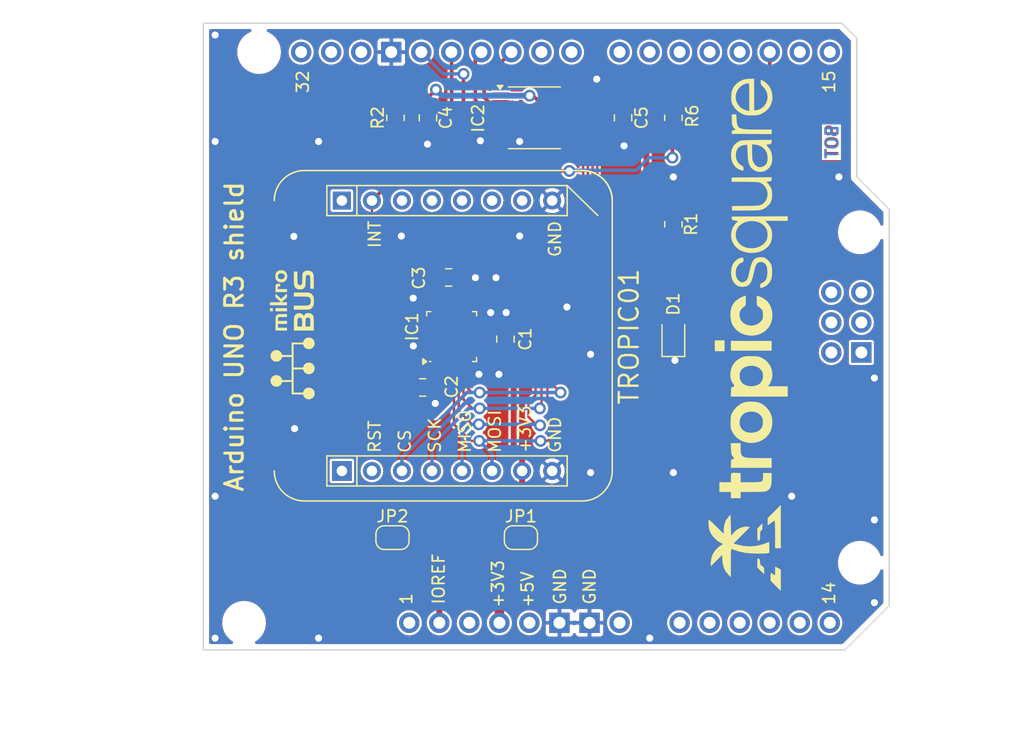
<source format=kicad_pcb>
(kicad_pcb (version 20240108) (generator "pcbnew") (generator_version "8.0")
  (layers (0 "F.Cu" signal) (31 "B.Cu" signal) (34 "B.Paste" user) (35 "F.Paste" user) (36 "B.SilkS" user "B.Silkscreen") (37 "F.SilkS" user "F.Silkscreen") (38 "B.Mask" user) (39 "F.Mask" user) (44 "Edge.Cuts" user))
  (net 0 "")
  (net 1 "/5V_SPI_MOSI")
  (net 2 "Net-(JP1-A)")
  (net 3 "/5V_SPI_MISO")
  (net 4 "GND")
  (net 6 "/5V_SPI_CS")
  (net 7 "/VCC_SPI_IO")
  (net 15 "/GPO")
  (net 17 "VCC")
  (net 18 "Net-(JP2-B)")
  (net 21 "/5V_SPI_SCK")
  (net 23 "/SPI_SCK")
  (net 33 "/SPI_MOSI")
  (net 34 "/SPI_CS")
  (net 35 "/SPI_MISO")
  (net 37 "Net-(D1-A)")
  (net 60 "/5V_INT")
  (footprint "Capacitor_SMD:C_0805_2012Metric_Pad1.18x1.45mm_HandSolder" (layer "F.Cu") (at 140.75 91.5 180)
    (property "Reference" "C3" (at 2.52 -0.05 90) (layer "F.SilkS"))
    (property "Value" "100n")
    (pad "1" smd roundrect (at -1.0375 0 180) (size 1.175 1.45) (layers "F.Cu" "F.Paste" "F.Mask") (roundrect_rratio 0.212766) (net 4 "GND"))
    (pad "2" smd roundrect (at 1.0375 0 180) (size 1.175 1.45) (layers "F.Cu" "F.Paste" "F.Mask") (roundrect_rratio 0.212766) (net 17 "VCC"))
  )
  (footprint "Capacitor_SMD:C_0805_2012Metric_Pad1.18x1.45mm_HandSolder" (layer "F.Cu") (at 139 78 -90)
    (property "Reference" "C4" (at 0 -1.5 90) (layer "F.SilkS"))
    (property "Value" "100n")
    (pad "1" smd roundrect (at -1.0375 0 270) (size 1.175 1.45) (layers "F.Cu" "F.Paste" "F.Mask") (roundrect_rratio 0.212766) (net 7 "/VCC_SPI_IO"))
    (pad "2" smd roundrect (at 1.0375 0 270) (size 1.175 1.45) (layers "F.Cu" "F.Paste" "F.Mask") (roundrect_rratio 0.212766) (net 4 "GND"))
  )
  (footprint "Capacitor_SMD:C_0805_2012Metric_Pad1.18x1.45mm_HandSolder" (layer "F.Cu") (at 138.55 100.8 180)
    (property "Reference" "C2" (at -2.45 0.05 90) (layer "F.SilkS"))
    (property "Value" "100n")
    (pad "1" smd roundrect (at -1.0375 0 180) (size 1.175 1.45) (layers "F.Cu" "F.Paste" "F.Mask") (roundrect_rratio 0.212766) (net 4 "GND"))
    (pad "2" smd roundrect (at 1.0375 0 180) (size 1.175 1.45) (layers "F.Cu" "F.Paste" "F.Mask") (roundrect_rratio 0.212766) (net 17 "VCC"))
  )
  (footprint "Capacitor_SMD:C_0805_2012Metric_Pad1.18x1.45mm_HandSolder" (layer "F.Cu") (at 145.55 96.7125 -90)
    (property "Reference" "C1" (at 0 -1.68 90) (layer "F.SilkS"))
    (property "Value" "100n")
    (pad "1" smd roundrect (at -1.0375 0 270) (size 1.175 1.45) (layers "F.Cu" "F.Paste" "F.Mask") (roundrect_rratio 0.212766) (net 4 "GND"))
    (pad "2" smd roundrect (at 1.0375 0 270) (size 1.175 1.45) (layers "F.Cu" "F.Paste" "F.Mask") (roundrect_rratio 0.212766) (net 17 "VCC"))
  )
  (footprint "ts_logo:tropicsquare_logo" (layer "F.Cu") (at 165.584381 96.281763 90)
    (property "Reference" "G1" (hide yes))
    (property "Value" "logo" (hide yes))
  )
  (footprint "_mechanical:SolderJumper-2_P1.3mm_Bridged" (layer "F.Cu") (at 146.86 113.5)
    (property "Reference" "JP1" (at 0 -1.8 0) (layer "F.SilkS"))
    (property "Value" "SolderJumper_2_Bridged" (hide yes))
    (fp_poly (pts (xy -0.25 -0.1) (xy 0.25 -0.1) (xy 0.25 0.1) (xy -0.25 0.1)) (fill solid) (layer "F.Cu"))
    (pad "1" smd custom (at -0.6 0) (size 1 0.5) (layers "F.Cu" "F.Mask") (net 2 "Net-(JP1-A)") (options (clearance outline) (anchor rect)) (primitives (gr_circle (center 0 0.25) (end 0.5 0.25) (width 0) (fill yes)) (gr_circle (center 0 -0.25) (end 0.5 -0.25) (width 0) (fill yes)) (gr_poly (pts (xy 0.5 0.75) (xy 0 0.75) (xy 0 -0.75) (xy 0.5 -0.75)) (width 0) (fill yes))))
    (pad "2" smd custom (at 0.6 0) (size 1 0.5) (layers "F.Cu" "F.Mask") (net 17 "VCC") (options (clearance outline) (anchor rect)) (primitives (gr_circle (center 0 0.25) (end 0.5 0.25) (width 0) (fill yes)) (gr_circle (center 0 -0.25) (end 0.5 -0.25) (width 0) (fill yes)) (gr_poly (pts (xy 0 0.75) (xy -0.5 0.75) (xy -0.5 -0.75) (xy 0 -0.75)) (width 0) (fill yes))))
  )
  (footprint "ts_mikrobus:TROPIC01_mikrobus" (layer "F.Cu") (at 131.72 107.86 90)
    (property "Reference" "CON1" (hide yes))
    (property "Value" "TROPIC01" (at 11.36 24.28 90) (layer "F.SilkS") (effects (font (size 1.6 1.6) (thickness 0.2))))
    (fp_text user "GND" (at 3.063809 18.015 90) (layer "F.SilkS"))
    (fp_text user "MOSI" (at 3.349524 12.935 90) (layer "F.SilkS"))
    (fp_text user "INT" (at 19.997534 2.775 90) (layer "F.SilkS"))
    (fp_text user "+3V3" (at 3.54 15.475 90) (layer "F.SilkS"))
    (fp_text user "RST" (at 2.897143 2.775 90) (layer "F.SilkS"))
    (fp_text user "GND" (at 19.616581 18.015 90) (layer "F.SilkS"))
    (fp_text user "MISO" (at 3.349524 10.395 90) (layer "F.SilkS"))
    (fp_text user "CS" (at 2.51619 5.315 90) (layer "F.SilkS"))
    (fp_text user "SCK" (at 3.01619 7.855 90) (layer "F.SilkS"))
    (pad "P1" thru_hole rect (at 0 0 90) (size 1.6764 1.6764) (drill 0.889) (layers "*.Cu" "*.Mask"))
    (pad "P2" thru_hole circle (at 0 2.54 90) (size 1.524 1.524) (drill 0.889) (layers "*.Cu" "*.Mask"))
    (pad "P3" thru_hole circle (at 0 5.08 90) (size 1.524 1.524) (drill 0.889) (layers "*.Cu" "*.Mask") (net 34 "/SPI_CS"))
    (pad "P4" thru_hole circle (at 0 7.62 90) (size 1.524 1.524) (drill 0.889) (layers "*.Cu" "*.Mask") (net 23 "/SPI_SCK"))
    (pad "P5" thru_hole circle (at 0 10.16 90) (size 1.524 1.524) (drill 0.889) (layers "*.Cu" "*.Mask") (net 35 "/SPI_MISO"))
    (pad "P6" thru_hole circle (at 0 12.7 90) (size 1.524 1.524) (drill 0.889) (layers "*.Cu" "*.Mask") (net 33 "/SPI_MOSI"))
    (pad "P7" thru_hole circle (at 0 15.24 90) (size 1.524 1.524) (drill 0.889) (layers "*.Cu" "*.Mask") (net 17 "VCC"))
    (pad "P8" thru_hole circle (at 0 17.78 90) (size 1.524 1.524) (drill 0.889) (layers "*.Cu" "*.Mask") (net 4 "GND"))
    (pad "P9" thru_hole circle (at 22.86 17.78 90) (size 1.524 1.524) (drill 0.889) (layers "*.Cu" "*.Mask") (net 4 "GND"))
    (pad "P10" thru_hole circle (at 22.86 15.24 90) (size 1.524 1.524) (drill 0.889) (layers "*.Cu" "*.Mask"))
    (pad "P11" thru_hole circle (at 22.86 12.7 90) (size 1.524 1.524) (drill 0.889) (layers "*.Cu" "*.Mask"))
    (pad "P12" thru_hole circle (at 22.86 10.16 90) (size 1.524 1.524) (drill 0.889) (layers "*.Cu" "*.Mask"))
    (pad "P13" thru_hole circle (at 22.86 7.62 90) (size 1.524 1.524) (drill 0.889) (layers "*.Cu" "*.Mask"))
    (pad "P14" thru_hole circle (at 22.86 5.08 90) (size 1.524 1.524) (drill 0.889) (layers "*.Cu" "*.Mask"))
    (pad "P15" thru_hole circle (at 22.86 2.54 90) (size 1.524 1.524) (drill 0.889) (layers "*.Cu" "*.Mask") (net 15 "/GPO"))
    (pad "P16" thru_hole rect (at 22.86 0 90) (size 1.524 1.524) (drill 0.889) (layers "*.Cu" "*.Mask"))
  )
  (footprint "Resistor_SMD:R_0805_2012Metric_Pad1.20x1.40mm_HandSolder" (layer "F.Cu") (at 136.25 78 90)
    (property "Reference" "R2" (at 0 -1.5 90) (layer "F.SilkS"))
    (property "Value" "47k")
    (pad "1" smd roundrect (at -1 0 90) (size 1.2 1.4) (layers "F.Cu" "F.Paste" "F.Mask") (roundrect_rratio 0.208333) (net 6 "/5V_SPI_CS"))
    (pad "2" smd roundrect (at 1 0 90) (size 1.2 1.4) (layers "F.Cu" "F.Paste" "F.Mask") (roundrect_rratio 0.208333) (net 7 "/VCC_SPI_IO"))
  )
  (footprint "shields:Arduino_Uno_R3_Shield" (layer "F.Cu") (at 109.479881 123.2425)
    (property "Reference" "Shield1" (hide yes))
    (property "Value" "Arduino_Uno_R3_Shield")
    (pad "" np_thru_hole circle (at 13.97 -2.54) (size 3.2 3.2) (drill 3.2) (layers "*.Cu" "*.Mask"))
    (pad "" np_thru_hole circle (at 15.24 -50.8) (size 3.2 3.2) (drill 3.2) (layers "*.Cu" "*.Mask"))
    (pad "" thru_hole oval (at 27.94 -2.54) (size 1.7272 1.7272) (drill 1.016) (layers "*.Cu" "*.Mask"))
    (pad "" np_thru_hole circle (at 66.04 -35.56) (size 3.2 3.2) (drill 3.2) (layers "*.Cu" "*.Mask"))
    (pad "" np_thru_hole circle (at 66.04 -7.62) (size 3.2 3.2) (drill 3.2) (layers "*.Cu" "*.Mask"))
    (pad "3V3" thru_hole oval (at 35.56 -2.54) (size 1.7272 1.7272) (drill 1.016) (layers "*.Cu" "*.Mask") (net 2 "Net-(JP1-A)"))
    (pad "5V1" thru_hole oval (at 38.1 -2.54) (size 1.7272 1.7272) (drill 1.016) (layers "*.Cu" "*.Mask"))
    (pad "5V2" thru_hole oval (at 66.167 -30.48) (size 1.7272 1.7272) (drill 1.016) (layers "*.Cu" "*.Mask"))
    (pad "A0" thru_hole oval (at 50.8 -2.54) (size 1.7272 1.7272) (drill 1.016) (layers "*.Cu" "*.Mask"))
    (pad "A1" thru_hole oval (at 53.34 -2.54) (size 1.7272 1.7272) (drill 1.016) (layers "*.Cu" "*.Mask"))
    (pad "A2" thru_hole oval (at 55.88 -2.54) (size 1.7272 1.7272) (drill 1.016) (layers "*.Cu" "*.Mask"))
    (pad "A3" thru_hole oval (at 58.42 -2.54) (size 1.7272 1.7272) (drill 1.016) (layers "*.Cu" "*.Mask"))
    (pad "A4" thru_hole oval (at 60.96 -2.54) (size 1.7272 1.7272) (drill 1.016) (layers "*.Cu" "*.Mask"))
    (pad "A5" thru_hole oval (at 63.5 -2.54) (size 1.7272 1.7272) (drill 1.016) (layers "*.Cu" "*.Mask"))
    (pad "AREF" thru_hole oval (at 23.876 -50.8) (size 1.7272 1.7272) (drill 1.016) (layers "*.Cu" "*.Mask"))
    (pad "D0" thru_hole oval (at 63.5 -50.8) (size 1.7272 1.7272) (drill 1.016) (layers "*.Cu" "*.Mask"))
    (pad "D1" thru_hole oval (at 60.96 -50.8) (size 1.7272 1.7272) (drill 1.016) (layers "*.Cu" "*.Mask"))
    (pad "D2" thru_hole oval (at 58.42 -50.8) (size 1.7272 1.7272) (drill 1.016) (layers "*.Cu" "*.Mask") (net 60 "/5V_INT"))
    (pad "D3" thru_hole oval (at 55.88 -50.8) (size 1.7272 1.7272) (drill 1.016) (layers "*.Cu" "*.Mask"))
    (pad "D4" thru_hole oval (at 53.34 -50.8) (size 1.7272 1.7272) (drill 1.016) (layers "*.Cu" "*.Mask"))
    (pad "D5" thru_hole oval (at 50.8 -50.8) (size 1.7272 1.7272) (drill 1.016) (layers "*.Cu" "*.Mask"))
    (pad "D6" thru_hole oval (at 48.26 -50.8) (size 1.7272 1.7272) (drill 1.016) (layers "*.Cu" "*.Mask"))
    (pad "D7" thru_hole oval (at 45.72 -50.8) (size 1.7272 1.7272) (drill 1.016) (layers "*.Cu" "*.Mask"))
    (pad "D8" thru_hole oval (at 41.656 -50.8) (size 1.7272 1.7272) (drill 1.016) (layers "*.Cu" "*.Mask"))
    (pad "D9" thru_hole oval (at 39.116 -50.8) (size 1.7272 1.7272) (drill 1.016) (layers "*.Cu" "*.Mask"))
    (pad "D10" thru_hole oval (at 36.576 -50.8) (size 1.7272 1.7272) (drill 1.016) (layers "*.Cu" "*.Mask") (net 6 "/5V_SPI_CS"))
    (pad "D11" thru_hole oval (at 34.036 -50.8) (size 1.7272 1.7272) (drill 1.016) (layers "*.Cu" "*.Mask") (net 1 "/5V_SPI_MOSI"))
    (pad "D12" thru_hole oval (at 31.496 -50.8) (size 1.7272 1.7272) (drill 1.016) (layers "*.Cu" "*.Mask") (net 3 "/5V_SPI_MISO"))
    (pad "D13" thru_hole oval (at 28.956 -50.8) (size 1.7272 1.7272) (drill 1.016) (layers "*.Cu" "*.Mask") (net 21 "/5V_SPI_SCK"))
    (pad "GND1" thru_hole rect (at 26.416 -50.8) (size 1.7272 1.7272) (drill 1.016) (layers "*.Cu" "*.Mask") (net 4 "GND"))
    (pad "GND2" thru_hole rect (at 40.64 -2.54) (size 1.7272 1.7272) (drill 1.016) (layers "*.Cu" "*.Mask") (net 4 "GND"))
    (pad "GND3" thru_hole rect (at 43.18 -2.54) (size 1.7272 1.7272) (drill 1.016) (layers "*.Cu" "*.Mask") (net 4 "GND"))
    (pad "GND4" thru_hole rect (at 66.167 -25.4) (size 1.7272 1.7272) (drill 1.016) (layers "*.Cu" "*.Mask"))
    (pad "IORF" thru_hole oval (at 30.48 -2.54) (size 1.7272 1.7272) (drill 1.016) (layers "*.Cu" "*.Mask") (net 18 "Net-(JP2-B)"))
    (pad "MISO" thru_hole oval (at 63.627 -30.48) (size 1.7272 1.7272) (drill 1.016) (layers "*.Cu" "*.Mask"))
    (pad "MOSI" thru_hole oval (at 66.167 -27.94) (size 1.7272 1.7272) (drill 1.016) (layers "*.Cu" "*.Mask"))
    (pad "RST1" thru_hole oval (at 33.02 -2.54) (size 1.7272 1.7272) (drill 1.016) (layers "*.Cu" "*.Mask"))
    (pad "RST2" thru_hole oval (at 63.627 -25.4) (size 1.7272 1.7272) (drill 1.016) (layers "*.Cu" "*.Mask"))
    (pad "SCK" thru_hole oval (at 63.627 -27.94) (size 1.7272 1.7272) (drill 1.016) (layers "*.Cu" "*.Mask"))
    (pad "SCL" thru_hole oval (at 18.796 -50.8) (size 1.7272 1.7272) (drill 1.016) (layers "*.Cu" "*.Mask"))
    (pad "SDA" thru_hole oval (at 21.336 -50.8) (size 1.7272 1.7272) (drill 1.016) (layers "*.Cu" "*.Mask"))
    (pad "VIN" thru_hole oval (at 45.72 -2.54) (size 1.7272 1.7272) (drill 1.016) (layers "*.Cu" "*.Mask"))
  )
  (footprint "Resistor_SMD:R_0805_2012Metric_Pad1.20x1.40mm_HandSolder" (layer "F.Cu") (at 159.75 87 90)
    (property "Reference" "R1" (at 0 1.5 90) (layer "F.SilkS"))
    (property "Value" "1k")
    (pad "1" smd roundrect (at -1 0 90) (size 1.2 1.4) (layers "F.Cu" "F.Paste" "F.Mask") (roundrect_rratio 0.208333) (net 37 "Net-(D1-A)"))
    (pad "2" smd roundrect (at 1 0 90) (size 1.2 1.4) (layers "F.Cu" "F.Paste" "F.Mask") (roundrect_rratio 0.208333) (net 17 "VCC"))
  )
  (footprint "Fiducial:Fiducial_0.5mm_Mask1mm" (layer "F.Cu") (at 124.75 78.25 90)
    (property "Reference" "FID1" (hide yes))
    (property "Value" "Fiducial" (hide yes))
    (pad "" smd circle (at 0 0 90) (size 0.5 0.5) (layers "F.Cu" "F.Mask") (clearance 0.25))
  )
  (footprint "LED_SMD:LED_0805_2012Metric" (layer "F.Cu") (at 159.75 96.5 90)
    (property "Reference" "D1" (at 2.75 0 90) (layer "F.SilkS"))
    (property "Value" "LED_G")
    (pad "1" smd roundrect (at -0.9375 0 90) (size 0.975 1.4) (layers "F.Cu" "F.Paste" "F.Mask") (net 4 "GND"))
    (pad "2" smd roundrect (at 0.9375 0 90) (size 0.975 1.4) (layers "F.Cu" "F.Paste" "F.Mask") (net 37 "Net-(D1-A)"))
  )
  (footprint "Capacitor_SMD:C_0805_2012Metric_Pad1.18x1.45mm_HandSolder" (layer "F.Cu") (at 155.5 78 90)
    (property "Reference" "C5" (at 0 1.55 90) (layer "F.SilkS"))
    (property "Value" "100n")
    (pad "1" smd roundrect (at -1.0375 0 90) (size 1.175 1.45) (layers "F.Cu" "F.Paste" "F.Mask") (roundrect_rratio 0.212766) (net 4 "GND"))
    (pad "2" smd roundrect (at 1.0375 0 90) (size 1.175 1.45) (layers "F.Cu" "F.Paste" "F.Mask") (roundrect_rratio 0.212766) (net 17 "VCC"))
  )
  (footprint "Package_SO:TSSOP-14_4.4x5mm_P0.65mm" (layer "F.Cu") (at 148 78)
    (property "Reference" "IC2" (at -4.76 0.04 90) (layer "F.SilkS"))
    (property "Value" "TXU0304PWR")
    (pad "1" smd roundrect (at -2.8625 -1.95) (size 1.475 0.4) (layers "F.Cu" "F.Paste" "F.Mask") (net 7 "/VCC_SPI_IO"))
    (pad "2" smd roundrect (at -2.8625 -1.3) (size 1.475 0.4) (layers "F.Cu" "F.Paste" "F.Mask") (net 6 "/5V_SPI_CS"))
    (pad "3" smd roundrect (at -2.8625 -0.65) (size 1.475 0.4) (layers "F.Cu" "F.Paste" "F.Mask") (net 1 "/5V_SPI_MOSI"))
    (pad "4" smd roundrect (at -2.8625 0) (size 1.475 0.4) (layers "F.Cu" "F.Paste" "F.Mask") (net 21 "/5V_SPI_SCK"))
    (pad "5" smd roundrect (at -2.8625 0.65) (size 1.475 0.4) (layers "F.Cu" "F.Paste" "F.Mask") (net 3 "/5V_SPI_MISO"))
    (pad "6" smd roundrect (at -2.8625 1.3) (size 1.475 0.4) (layers "F.Cu" "F.Paste" "F.Mask"))
    (pad "7" smd roundrect (at -2.8625 1.95) (size 1.475 0.4) (layers "F.Cu" "F.Paste" "F.Mask") (net 4 "GND"))
    (pad "8" smd roundrect (at 2.8625 1.95) (size 1.475 0.4) (layers "F.Cu" "F.Paste" "F.Mask") (net 7 "/VCC_SPI_IO"))
    (pad "9" smd roundrect (at 2.8625 1.3) (size 1.475 0.4) (layers "F.Cu" "F.Paste" "F.Mask"))
    (pad "10" smd roundrect (at 2.8625 0.65) (size 1.475 0.4) (layers "F.Cu" "F.Paste" "F.Mask") (net 35 "/SPI_MISO"))
    (pad "11" smd roundrect (at 2.8625 0) (size 1.475 0.4) (layers "F.Cu" "F.Paste" "F.Mask") (net 23 "/SPI_SCK"))
    (pad "12" smd roundrect (at 2.8625 -0.65) (size 1.475 0.4) (layers "F.Cu" "F.Paste" "F.Mask") (net 33 "/SPI_MOSI"))
    (pad "13" smd roundrect (at 2.8625 -1.3) (size 1.475 0.4) (layers "F.Cu" "F.Paste" "F.Mask") (net 34 "/SPI_CS"))
    (pad "14" smd roundrect (at 2.8625 -1.95) (size 1.475 0.4) (layers "F.Cu" "F.Paste" "F.Mask") (net 17 "VCC"))
  )
  (footprint "Resistor_SMD:R_0805_2012Metric_Pad1.20x1.40mm_HandSolder" (layer "F.Cu") (at 159.75 78 90)
    (property "Reference" "R6" (at 0.15 1.6 90) (layer "F.SilkS"))
    (property "Value" "1k")
    (pad "1" smd roundrect (at -1 0 90) (size 1.2 1.4) (layers "F.Cu" "F.Paste" "F.Mask") (roundrect_rratio 0.208333) (net 15 "/GPO"))
    (pad "2" smd roundrect (at 1 0 90) (size 1.2 1.4) (layers "F.Cu" "F.Paste" "F.Mask") (roundrect_rratio 0.208333) (net 60 "/5V_INT"))
  )
  (footprint "tropic01_chip:QFN-32-1EP_4x4mm_P0.4mm_EP2.65x2.65mm" (layer "F.Cu") (at 141 96.5 90)
    (property "Reference" "IC1" (at 0.83 -3.34 90) (layer "F.SilkS"))
    (property "Value" "TROPIC01_chip")
    (pad "1" smd custom (at -1.95 -1.4 90) (size 0.129289 0.129289) (layers "F.Cu" "F.Paste" "F.Mask") (net 17 "VCC") (options (clearance outline) (anchor circle)) (primitives (gr_poly (pts (xy -0.35 -0.05) (xy 0.279289 -0.05) (xy 0.35 0.020711) (xy 0.35 0.05) (xy -0.35 0.05)) (width 0.1) (fill yes))))
    (pad "2" smd roundrect (at -1.95 -1 90) (size 0.8 0.2) (layers "F.Cu" "F.Paste" "F.Mask") (net 4 "GND"))
    (pad "3" smd roundrect (at -1.95 -0.6 90) (size 0.8 0.2) (layers "F.Cu" "F.Paste" "F.Mask") (net 4 "GND"))
    (pad "4" smd roundrect (at -1.95 -0.2 90) (size 0.8 0.2) (layers "F.Cu" "F.Paste" "F.Mask") (net 15 "/GPO"))
    (pad "5" smd roundrect (at -1.95 0.2 90) (size 0.8 0.2) (layers "F.Cu" "F.Paste" "F.Mask") (net 33 "/SPI_MOSI"))
    (pad "6" smd roundrect (at -1.95 0.6 90) (size 0.8 0.2) (layers "F.Cu" "F.Paste" "F.Mask") (net 35 "/SPI_MISO"))
    (pad "7" smd roundrect (at -1.95 1 90) (size 0.8 0.2) (layers "F.Cu" "F.Paste" "F.Mask") (net 23 "/SPI_SCK"))
    (pad "8" smd custom (at -1.95 1.4 90) (size 0.129289 0.129289) (layers "F.Cu" "F.Paste" "F.Mask") (net 34 "/SPI_CS") (options (clearance outline) (anchor circle)) (primitives (gr_poly (pts (xy -0.35 -0.05) (xy 0.35 -0.05) (xy 0.35 -0.020711) (xy 0.279289 0.05) (xy -0.35 0.05)) (width 0.1) (fill yes))))
    (pad "9" smd custom (at -1.4 1.95 90) (size 0.129289 0.129289) (layers "F.Cu" "F.Paste" "F.Mask") (net 4 "GND") (options (clearance outline) (anchor circle)) (primitives (gr_poly (pts (xy -0.05 -0.279289) (xy 0.020711 -0.35) (xy 0.05 -0.35) (xy 0.05 0.35) (xy -0.05 0.35)) (width 0.1) (fill yes))))
    (pad "10" smd roundrect (at -1 1.95 90) (size 0.2 0.8) (layers "F.Cu" "F.Paste" "F.Mask") (net 4 "GND"))
    (pad "11" smd roundrect (at -0.6 1.95 90) (size 0.2 0.8) (layers "F.Cu" "F.Paste" "F.Mask") (net 17 "VCC"))
    (pad "12" smd roundrect (at -0.2 1.95 90) (size 0.2 0.8) (layers "F.Cu" "F.Paste" "F.Mask") (net 4 "GND"))
    (pad "13" smd roundrect (at 0.2 1.95 90) (size 0.2 0.8) (layers "F.Cu" "F.Paste" "F.Mask"))
    (pad "14" smd roundrect (at 0.6 1.95 90) (size 0.2 0.8) (layers "F.Cu" "F.Paste" "F.Mask"))
    (pad "15" smd roundrect (at 1 1.95 90) (size 0.2 0.8) (layers "F.Cu" "F.Paste" "F.Mask"))
    (pad "16" smd custom (at 1.4 1.95 90) (size 0.129289 0.129289) (layers "F.Cu" "F.Paste" "F.Mask") (options (clearance outline) (anchor circle)) (primitives (gr_poly (pts (xy -0.05 -0.35) (xy -0.020711 -0.35) (xy 0.05 -0.279289) (xy 0.05 0.35) (xy -0.05 0.35)) (width 0.1) (fill yes))))
    (pad "17" smd custom (at 1.95 1.4 90) (size 0.129289 0.129289) (layers "F.Cu" "F.Paste" "F.Mask") (options (clearance outline) (anchor circle)) (primitives (gr_poly (pts (xy -0.35 -0.05) (xy 0.35 -0.05) (xy 0.35 0.05) (xy -0.279289 0.05) (xy -0.35 -0.020711)) (width 0.1) (fill yes))))
    (pad "18" smd roundrect (at 1.95 1 90) (size 0.8 0.2) (layers "F.Cu" "F.Paste" "F.Mask"))
    (pad "19" smd roundrect (at 1.95 0.6 90) (size 0.8 0.2) (layers "F.Cu" "F.Paste" "F.Mask"))
    (pad "20" smd roundrect (at 1.95 0.2 90) (size 0.8 0.2) (layers "F.Cu" "F.Paste" "F.Mask"))
    (pad "21" smd roundrect (at 1.95 -0.2 90) (size 0.8 0.2) (layers "F.Cu" "F.Paste" "F.Mask"))
    (pad "22" smd roundrect (at 1.95 -0.6 90) (size 0.8 0.2) (layers "F.Cu" "F.Paste" "F.Mask") (net 17 "VCC"))
    (pad "23" smd roundrect (at 1.95 -1 90) (size 0.8 0.2) (layers "F.Cu" "F.Paste" "F.Mask") (net 4 "GND"))
    (pad "24" smd custom (at 1.95 -1.4 90) (size 0.129289 0.129289) (layers "F.Cu" "F.Paste" "F.Mask") (net 17 "VCC") (options (clearance outline) (anchor circle)) (primitives (gr_poly (pts (xy -0.35 0.020711) (xy -0.279289 -0.05) (xy 0.35 -0.05) (xy 0.35 0.05) (xy -0.35 0.05)) (width 0.1) (fill yes))))
    (pad "25" smd custom (at 1.4 -1.95 90) (size 0.129289 0.129289) (layers "F.Cu" "F.Paste" "F.Mask") (options (clearance outline) (anchor circle)) (primitives (gr_poly (pts (xy -0.05 -0.35) (xy 0.05 -0.35) (xy 0.05 0.279289) (xy -0.020711 0.35) (xy -0.05 0.35)) (width 0.1) (fill yes))))
    (pad "26" smd roundrect (at 1 -1.95 90) (size 0.2 0.8) (layers "F.Cu" "F.Paste" "F.Mask"))
    (pad "27" smd roundrect (at 0.6 -1.95 90) (size 0.2 0.8) (layers "F.Cu" "F.Paste" "F.Mask"))
    (pad "28" smd roundrect (at 0.2 -1.95 90) (size 0.2 0.8) (layers "F.Cu" "F.Paste" "F.Mask"))
    (pad "29" smd roundrect (at -0.2 -1.95 90) (size 0.2 0.8) (layers "F.Cu" "F.Paste" "F.Mask"))
    (pad "30" smd roundrect (at -0.6 -1.95 90) (size 0.2 0.8) (layers "F.Cu" "F.Paste" "F.Mask") (net 4 "GND"))
    (pad "31" smd roundrect (at -1 -1.95 90) (size 0.2 0.8) (layers "F.Cu" "F.Paste" "F.Mask") (net 4 "GND"))
    (pad "32" smd custom (at -1.4 -1.95 90) (size 0.129289 0.129289) (layers "F.Cu" "F.Paste" "F.Mask") (options (clearance outline) (anchor circle)) (primitives (gr_poly (pts (xy -0.05 -0.35) (xy 0.05 -0.35) (xy 0.05 0.35) (xy 0.020711 0.35) (xy -0.05 0.279289)) (width 0.1) (fill yes))))
    (pad "33" smd rect (at 0 0 90) (size 2.65 2.65) (property pad_prop_heatsink) (layers "F.Cu" "F.Mask") (net 4 "GND"))
  )
  (footprint "_mechanical:SolderJumper-2_P1.3mm_Bridged" (layer "F.Cu") (at 136 113.5)
    (property "Reference" "JP2" (at 0 -1.8 0) (layer "F.SilkS"))
    (property "Value" "SolderJumper_2_Bridged" (hide yes))
    (fp_poly (pts (xy -0.25 -0.1) (xy 0.25 -0.1) (xy 0.25 0.1) (xy -0.25 0.1)) (fill solid) (layer "F.Cu"))
    (pad "1" smd custom (at -0.6 0) (size 1 0.5) (layers "F.Cu" "F.Mask") (net 7 "/VCC_SPI_IO") (options (clearance outline) (anchor rect)) (primitives (gr_circle (center 0 0.25) (end 0.5 0.25) (width 0) (fill yes)) (gr_circle (center 0 -0.25) (end 0.5 -0.25) (width 0) (fill yes)) (gr_poly (pts (xy 0.5 0.75) (xy 0 0.75) (xy 0 -0.75) (xy 0.5 -0.75)) (width 0) (fill yes))))
    (pad "2" smd custom (at 0.6 0) (size 1 0.5) (layers "F.Cu" "F.Mask") (net 18 "Net-(JP2-B)") (options (clearance outline) (anchor rect)) (primitives (gr_circle (center 0 0.25) (end 0.5 0.25) (width 0) (fill yes)) (gr_circle (center 0 -0.25) (end 0.5 -0.25) (width 0) (fill yes)) (gr_poly (pts (xy 0 0.75) (xy -0.5 0.75) (xy -0.5 -0.75) (xy 0 -0.75)) (width 0) (fill yes))))
  )
  (gr_line (start 175.25 83) (end 178 85.75) (stroke (width 0.12)) (layer "Edge.Cuts"))
  (gr_line (start 120 123) (end 120 70) (stroke (width 0.12)) (layer "Edge.Cuts"))
  (gr_line (start 174.25 123) (end 120 123) (stroke (width 0.12)) (layer "Edge.Cuts"))
  (gr_line (start 174 70) (end 175.25 71.25) (stroke (width 0.12)) (layer "Edge.Cuts"))
  (gr_line (start 178 119.25) (end 174.25 123) (stroke (width 0.12)) (layer "Edge.Cuts"))
  (gr_line (start 120 70) (end 174 70) (stroke (width 0.12)) (layer "Edge.Cuts"))
  (gr_line (start 178 85.75) (end 178 119.25) (stroke (width 0.12)) (layer "Edge.Cuts"))
  (gr_line (start 175.25 71.25) (end 175.25 83) (stroke (width 0.12)) (layer "Edge.Cuts"))
  (gr_text "TOP" (at 173.75 81.5 90) (layer "F.Cu") (effects (font (size 1 1) (thickness 0.2) (bold yes)) (justify left bottom)))
  (gr_text "BOT" (at 173.75 78.5 90) (layer "B.Cu") (effects (font (size 1 1) (thickness 0.2) (bold yes)) (justify left bottom mirror)))
  (gr_text "1" (at 137.75 119.25 90) (layer "F.SilkS") (effects (font (size 1 1)) (justify left bottom)))
  (gr_text "IOREF" (at 140.49 119.23 90) (layer "F.SilkS") (effects (font (size 1 1)) (justify left bottom)))
  (gr_text "+3V3" (at 145.5 119.5 90) (layer "F.SilkS") (effects (font (size 1 1)) (justify left bottom)))
  (gr_text "Arduino UNO R3 shield" (at 123.5 96.5 90) (layer "F.SilkS") (effects (font (size 1.5 1.5) (thickness 0.25) (bold yes)) (justify bottom)))
  (gr_text "+5V" (at 148 119.5 90) (layer "F.SilkS") (effects (font (size 1 1)) (justify left bottom)))
  (gr_text "32" (at 129 76 90) (layer "F.SilkS") (effects (font (size 1 1)) (justify left bottom)))
  (gr_text "14" (at 173.5 119.25 90) (layer "F.SilkS") (effects (font (size 1 1)) (justify left bottom)))
  (gr_text "GND" (at 153.25 119.25 90) (layer "F.SilkS") (effects (font (size 1 1)) (justify left bottom)))
  (gr_text "GND" (at 150.75 119.25 90) (layer "F.SilkS") (effects (font (size 1 1)) (justify left bottom)))
  (gr_text "15" (at 173.5 76 90) (layer "F.SilkS") (effects (font (size 1 1)) (justify left bottom)))
  (segment (start 145.1375 77.35) (end 143.85 77.35) (width 0.3) (layer "F.Cu") (net 1))
  (segment (start 143 76.5) (end 143 72.958381) (width 0.3) (layer "F.Cu") (net 1))
  (segment (start 143.85 77.35) (end 143 76.5) (width 0.3) (layer "F.Cu") (net 1))
  (segment (start 143 72.958381) (end 143.515881 72.4425) (width 0.3) (layer "F.Cu") (net 1))
  (segment (start 145.039881 120.7025) (end 145.039881 114.210119) (width 0.8) (layer "F.Cu") (net 2))
  (segment (start 145.039881 114.210119) (end 145.75 113.5) (width 0.8) (layer "F.Cu") (net 2))
  (segment (start 145.75 113.5) (end 146.26 113.5) (width 0.8) (layer "F.Cu") (net 2))
  (segment (start 142.9 78.65) (end 141 76.75) (width 0.3) (layer "F.Cu") (net 3))
  (segment (start 141 72.466619) (end 140.975881 72.4425) (width 0.3) (layer "F.Cu") (net 3))
  (segment (start 141 76.75) (end 141 72.466619) (width 0.3) (layer "F.Cu") (net 3))
  (segment (start 145.1375 78.65) (end 142.9 78.65) (width 0.3) (layer "F.Cu") (net 3))
  (segment (start 140 95.5) (end 141 96.5) (width 0.2) (layer "F.Cu") (net 4))
  (segment (start 140.4 98.45) (end 140.4 97.1) (width 0.2) (layer "F.Cu") (net 4))
  (segment (start 141.2 96.7) (end 141 96.5) (width 0.2) (layer "F.Cu") (net 4))
  (segment (start 140 97.5) (end 141 96.5) (width 0.2) (layer "F.Cu") (net 4))
  (segment (start 140 93.37) (end 140.57 92.8) (width 0.2) (layer "F.Cu") (net 4))
  (segment (start 144.735 95.675) (end 145.55 95.675) (width 0.2) (layer "F.Cu") (net 4))
  (segment (start 140 98.45) (end 140 97.5) (width 0.2) (layer "F.Cu") (net 4))
  (segment (start 142.95 97.5) (end 143.6 97.5) (width 0.2) (layer "F.Cu") (net 4))
  (segment (start 139.05 97.5) (end 140 97.5) (width 0.2) (layer "F.Cu") (net 4))
  (segment (start 139.05 97.5) (end 137.97 97.5) (width 0.2) (layer "F.Cu") (net 4))
  (segment (start 143.63 97.9) (end 143.89 98.16) (width 0.2) (layer "F.Cu") (net 4))
  (segment (start 143.71 96.7) (end 144.735 95.675) (width 0.2) (layer "F.Cu") (net 4))
  (segment (start 142.95 96.7) (end 143.71 96.7) (width 0.2) (layer "F.Cu") (net 4))
  (segment (start 140.57 92.8) (end 141.42 92.8) (width 0.2) (layer "F.Cu") (net 4))
  (segment (start 142 97.5) (end 141 96.5) (width 0.2) (layer "F.Cu") (net 4))
  (segment (start 142.95 97.5) (end 142 97.5) (width 0.2) (layer "F.Cu") (net 4))
  (segment (start 140 94.55) (end 140 95.5) (width 0.2) (layer "F.Cu") (net 4))
  (segment (start 141.7875 92.4325) (end 141.7875 91.5) (width 0.2) (layer "F.Cu") (net 4))
  (segment (start 143.89 97.79) (end 143.89 98.16) (width 0.2) (layer "F.Cu") (net 4))
  (segment (start 143.6 97.5) (end 143.89 97.79) (width 0.2) (layer "F.Cu") (net 4))
  (segment (start 139.05 97.1) (end 137.95 97.1) (width 0.2) (layer "F.Cu") (net 4))
  (segment (start 143.89 98.16) (end 143.89 99.11) (width 0.2) (layer "F.Cu") (net 4))
  (segment (start 142.95 97.9) (end 143.63 97.9) (width 0.2) (layer "F.Cu") (net 4))
  (segment (start 143.89 99.11) (end 143.31 99.69) (width 0.2) (layer "F.Cu") (net 4))
  (segment (start 137.97 97.5) (end 137.76 97.29) (width 0.2) (layer "F.Cu") (net 4))
  (segment (start 140.4 98.45) (end 140.4 99.9875) (width 0.2) (layer "F.Cu") (net 4))
  (segment (start 140.4 97.1) (end 141 96.5) (width 0.2) (layer "F.Cu") (net 4))
  (segment (start 141.42 92.8) (end 141.7875 92.4325) (width 0.2) (layer "F.Cu") (net 4))
  (segment (start 137.95 97.1) (end 137.76 97.29) (width 0.2) (layer "F.Cu") (net 4))
  (segment (start 140.4 99.9875) (end 139.5875 100.8) (width 0.2) (layer "F.Cu") (net 4))
  (segment (start 140 98.45) (end 140 100.3875) (width 0.2) (layer "F.Cu") (net 4))
  (segment (start 139.05 97.1) (end 140.4 97.1) (width 0.2) (layer "F.Cu") (net 4))
  (segment (start 140 100.3875) (end 139.5875 100.8) (width 0.2) (layer "F.Cu") (net 4))
  (segment (start 142.09 97.59) (end 141 96.5) (width 0.2) (layer "F.Cu") (net 4))
  (segment (start 140 94.55) (end 140 93.37) (width 0.2) (layer "F.Cu") (net 4))
  (segment (start 142.95 96.7) (end 141.2 96.7) (width 0.2) (layer "F.Cu") (net 4))
  (via (at 127.72 104.28) (size 1) (drill 0.6) (layers "F.Cu" "B.Cu") (net 4))
  (via (at 146.75 88) (size 1) (drill 0.6) (layers "F.Cu" "B.Cu") (net 4))
  (via (at 152.75 98) (size 1) (drill 0.6) (layers "F.Cu" "B.Cu") (net 4))
  (via (at 145.61 94.47) (size 1) (drill 0.6) (layers "F.Cu" "B.Cu") (net 4))
  (via (at 155.58 80.37) (size 1) (drill 0.6) (layers "F.Cu" "B.Cu") (net 4))
  (via (at 137.76 97.29) (size 1) (drill 0.6) (layers "F.Cu" "B.Cu") (net 4))
  (via (at 173.75 83) (size 1) (drill 0.6) (layers "F.Cu" "B.Cu") (net 4))
  (via (at 169.75 110) (size 1) (drill 0.6) (layers "F.Cu" "B.Cu") (net 4))
  (via (at 159.75 108) (size 1) (drill 0.6) (layers "F.Cu" "B.Cu") (net 4))
  (via (at 121 110) (size 1) (drill 0.6) (layers "F.Cu" "B.Cu") (net 4))
  (via (at 121 122) (size 1) (drill 0.6) (layers "F.Cu" "B.Cu") (net 4))
  (via (at 152.75 108) (size 1) (drill 0.6) (layers "F.Cu" "B.Cu") (net 4))
  (via (at 138.96 80.23) (size 1) (drill 0.6) (layers "F.Cu" "B.Cu") (net 4))
  (via (at 146.75 80) (size 1) (drill 0.6) (layers "F.Cu" "B.Cu") (net 4))
  (via (at 121 71) (size 1) (drill 0.6) (layers "F.Cu" "B.Cu") (net 4))
  (via (at 144.75 91.52) (size 1) (drill 0.6) (layers "F.Cu" "B.Cu") (net 4))
  (via (at 143.01 91.52) (size 1) (drill 0.6) (layers "F.Cu" "B.Cu") (net 4))
  (via (at 159.88 98.51) (size 1) (drill 0.6) (layers "F.Cu" "B.Cu") (net 4))
  (via (at 129.75 80) (size 1) (drill 0.6) (layers "F.Cu" "B.Cu") (net 4))
  (via (at 157.75 122) (size 1) (drill 0.6) (layers "F.Cu" "B.Cu") (net 4))
  (via (at 153.27 74.73) (size 1) (drill 0.6) (layers "F.Cu" "B.Cu") (net 4))
  (via (at 176.75 119) (size 1) (drill 0.6) (layers "F.Cu" "B.Cu") (net 4))
  (via (at 159.75 83) (size 1) (drill 0.6) (layers "F.Cu" "B.Cu") (net 4))
  (via (at 144.3 94.47) (size 1) (drill 0.6) (layers "F.Cu" "B.Cu") (net 4))
  (via (at 143.31 99.69) (size 1) (drill 0.6) (layers "F.Cu" "B.Cu") (net 4))
  (via (at 129.75 122) (size 1) (drill 0.6) (layers "F.Cu" "B.Cu") (net 4))
  (via (at 176.75 112) (size 1) (drill 0.6) (layers "F.Cu" "B.Cu") (net 4))
  (via (at 139.62 102.15) (size 1) (drill 0.6) (layers "F.Cu" "B.Cu") (net 4))
  (via (at 143.43 79.94) (size 1) (drill 0.6) (layers "F.Cu" "B.Cu") (net 4))
  (via (at 176.75 100) (size 1) (drill 0.6) (layers "F.Cu" "B.Cu") (net 4))
  (via (at 150.75 94) (size 1) (drill 0.6) (layers "F.Cu" "B.Cu") (net 4))
  (via (at 136.75 88) (size 1) (drill 0.6) (layers "F.Cu" "B.Cu") (net 4))
  (via (at 127.66 88.03) (size 1) (drill 0.6) (layers "F.Cu" "B.Cu") (net 4))
  (via (at 137.75 93.25) (size 1) (drill 0.6) (layers "F.Cu" "B.Cu") (net 4))
  (via (at 145 99.69) (size 1) (drill 0.6) (layers "F.Cu" "B.Cu") (net 4))
  (via (at 121 80) (size 1) (drill 0.6) (layers "F.Cu" "B.Cu") (net 4))
  (segment (start 146.2 76.7) (end 147.78 78.28) (width 0.3) (layer "F.Cu") (net 6))
  (segment (start 146.87 81.34) (end 137.8 81.34) (width 0.3) (layer "F.Cu") (net 6))
  (segment (start 144.175 76.7) (end 143.75 76.275) (width 0.3) (layer "F.Cu") (net 6))
  (segment (start 137.8 81.34) (end 136.25 79.79) (width 0.3) (layer "F.Cu") (net 6))
  (segment (start 143.75 74.748381) (end 146.055881 72.4425) (width 0.3) (layer "F.Cu") (net 6))
  (segment (start 147.78 80.43) (end 146.87 81.34) (width 0.3) (layer "F.Cu") (net 6))
  (segment (start 145.1375 76.7) (end 144.175 76.7) (width 0.3) (layer "F.Cu") (net 6))
  (segment (start 136.25 79.79) (end 136.25 79) (width 0.3) (layer "F.Cu") (net 6))
  (segment (start 143.75 76.275) (end 143.75 74.748381) (width 0.3) (layer "F.Cu") (net 6))
  (segment (start 145.1375 76.7) (end 146.2 76.7) (width 0.3) (layer "F.Cu") (net 6))
  (segment (start 147.78 78.28) (end 147.78 80.43) (width 0.3) (layer "F.Cu") (net 6))
  (segment (start 149.71 79.95) (end 150.8625 79.95) (width 0.3) (layer "F.Cu") (net 7))
  (segment (start 135.4 113.5) (end 126.75 113.5) (width 0.5) (layer "F.Cu") (net 7))
  (segment (start 137.8175 75.78) (end 139 76.9625) (width 0.5) (layer "F.Cu") (net 7))
  (segment (start 148.96 79.2) (end 149.71 79.95) (width 0.3) (layer "F.Cu") (net 7))
  (segment (start 139.67 75.62) (end 139.65 75.64) (width 0.5) (layer "F.Cu") (net 7))
  (segment (start 124.75 111.5) (end 124.75 81.75) (width 0.5) (layer "F.Cu") (net 7))
  (segment (start 138.9625 77) (end 139 76.9625) (width 0.3) (layer "F.Cu") (net 7))
  (segment (start 124.75 81.75) (end 129.5 77) (width 0.5) (layer "F.Cu") (net 7))
  (segment (start 126.75 113.5) (end 124.75 111.5) (width 0.5) (layer "F.Cu") (net 7))
  (segment (start 148.96 77.2) (end 148.96 79.2) (width 0.3) (layer "F.Cu") (net 7))
  (segment (start 139.67 75.62) (end 139 76.29) (width 0.3) (layer "F.Cu") (net 7))
  (segment (start 134.36 75.64) (end 137.66 75.64) (width 0.5) (layer "F.Cu") (net 7))
  (segment (start 147.59 76.13) (end 147.89 76.13) (width 0.3) (layer "F.Cu") (net 7))
  (segment (start 133 77) (end 134.36 75.64) (width 0.5) (layer "F.Cu") (net 7))
  (segment (start 137.8 75.78) (end 137.8175 75.78) (width 0.5) (layer "F.Cu") (net 7))
  (segment (start 139 76.29) (end 139 76.9625) (width 0.3) (layer "F.Cu") (net 7))
  (segment (start 137.66 75.64) (end 137.8 75.78) (width 0.5) (layer "F.Cu") (net 7))
  (segment (start 136.25 77) (end 138.9625 77) (width 0.3) (layer "F.Cu") (net 7))
  (segment (start 145.2175 76.13) (end 145.1375 76.05) (width 0.3) (layer "F.Cu") (net 7))
  (segment (start 147.59 76.13) (end 145.2175 76.13) (width 0.3) (layer "F.Cu") (net 7))
  (segment (start 129.5 77) (end 133 77) (width 0.5) (layer "F.Cu") (net 7))
  (segment (start 147.89 76.13) (end 148.96 77.2) (width 0.3) (layer "F.Cu") (net 7))
  (via (at 147.59 76.13) (size 1) (drill 0.6) (layers "F.Cu" "B.Cu") (net 7))
  (via (at 139.67 75.62) (size 1) (drill 0.6) (layers "F.Cu" "B.Cu") (net 7))
  (segment (start 140.18 76.13) (end 147.59 76.13) (width 0.5) (layer "B.Cu") (net 7))
  (segment (start 139.67 75.62) (end 140.18 76.13) (width 0.5) (layer "B.Cu") (net 7))
  (segment (start 136.77 82.49) (end 150.95 82.49) (width 0.3) (layer "F.Cu") (net 15))
  (segment (start 140.8 102.101371) (end 139.631371 103.27) (width 0.2) (layer "F.Cu") (net 15))
  (segment (start 140.8 98.45) (end 140.8 102.101371) (width 0.2) (layer "F.Cu") (net 15))
  (segment (start 159.67 81.37) (end 159.67 79.08) (width 0.3) (layer "F.Cu") (net 15))
  (segment (start 139.631371 103.27) (end 136 103.27) (width 0.2) (layer "F.Cu") (net 15))
  (segment (start 134.26 101.53) (end 134.26 85) (width 0.2) (layer "F.Cu") (net 15))
  (segment (start 159.67 79.08) (end 159.75 79) (width 0.3) (layer "F.Cu") (net 15))
  (segment (start 134.26 85) (end 136.77 82.49) (width 0.3) (layer "F.Cu") (net 15))
  (segment (start 136 103.27) (end 134.26 101.53) (width 0.2) (layer "F.Cu") (net 15))
  (via (at 150.95 82.49) (size 1) (drill 0.6) (layers "F.Cu" "B.Cu") (net 15))
  (via (at 159.67 81.37) (size 1) (drill 0.6) (layers "F.Cu" "B.Cu") (net 15))
  (segment (start 156.62 82.44) (end 157.69 81.37) (width 0.3) (layer "B.Cu") (net 15))
  (segment (start 157.69 81.37) (end 159.67 81.37) (width 0.3) (layer "B.Cu") (net 15))
  (segment (start 151 82.44) (end 156.62 82.44) (width 0.3) (layer "B.Cu") (net 15))
  (segment (start 150.95 82.49) (end 151 82.44) (width 0.3) (layer "B.Cu") (net 15))
  (segment (start 145.53 97.77) (end 145.55 97.75) (width 0.5) (layer "F.Cu") (net 17))
  (segment (start 154.5875 76.05) (end 150.8625 76.05) (width 0.3) (layer "F.Cu") (net 17))
  (segment (start 148.91 112.78) (end 148.91 113.34) (width 0.8) (layer "F.Cu") (net 17))
  (segment (start 158.13 86.01) (end 157.53 86.61) (width 0.5) (layer "F.Cu") (net 17))
  (segment (start 157.53 109.01) (end 153.76 112.78) (width 0.5) (layer "F.Cu") (net 17))
  (segment (start 157.53 86.61) (end 157.53 109.01) (width 0.5) (layer "F.Cu") (net 17))
  (segment (start 137.5125 100.0875) (end 137.5125 100.8) (width 0.2) (layer "F.Cu") (net 17))
  (segment (start 140.4 93.68) (end 140.88 93.2) (width 0.2) (layer "F.Cu") (net 17))
  (segment (start 139.6 91.6125) (end 139.7125 91.5) (width 0.2) (layer "F.Cu") (net 17))
  (segment (start 158.5 86) (end 159.75 86) (width 0.5) (layer "F.Cu") (net 17))
  (segment (start 146.25 99.375) (end 147.22 98.405) (width 0.5) (layer "F.Cu") (net 17))
  (segment (start 147.22 97.78) (end 147.22 93.2) (width 0.5) (layer "F.Cu") (net 17))
  (segment (start 158.13 86.01) (end 157.47 85.35) (width 0.5) (layer "F.Cu") (net 17))
  (segment (start 146.96 109.57) (end 148.91 111.52) (width 0.5) (layer "F.Cu") (net 17))
  (segment (start 146.96 107.86) (end 146.96 109.57) (width 0.5) (layer "F.Cu") (net 17))
  (segment (start 147.22 93.2) (end 147.22 91.88) (width 0.5) (layer "F.Cu") (net 17))
  (segment (start 158.49 86.01) (end 158.5 86) (width 0.5) (layer "F.Cu") (net 17))
  (segment (start 139.7125 91.5) (end 139.7125 90.0075) (width 0.2) (layer "F.Cu") (net 17))
  (segment (start 148.91 111.52) (end 148.91 112.78) (width 0.5) (layer "F.Cu") (net 17))
  (segment (start 145.33 89.99) (end 139.73 89.99) (width 0.5) (layer "F.Cu") (net 17))
  (segment (start 147.19 97.75) (end 147.22 97.78) (width 0.2) (layer "F.Cu") (net 17))
  (segment (start 139.7125 90.0075) (end 139.73 89.99) (width 0.2) (layer "F.Cu") (net 17))
  (segment (start 139.73 89.99) (end 138.52 89.99) (width 0.5) (layer "F.Cu") (net 17))
  (segment (start 153.76 112.78) (end 148.91 112.78) (width 0.5) (layer "F.Cu") (net 17))
  (segment (start 146.25 105.87) (end 146.25 99.375) (width 0.5) (layer "F.Cu") (net 17))
  (segment (start 142.95 97.1) (end 143.77 97.1) (width 0.2) (layer "F.Cu") (net 17))
  (segment (start 140.4 94.55) (end 140.4 93.68) (width 0.2) (layer "F.Cu") (net 17))
  (segment (start 155.5 76.9625) (end 154.5875 76.05) (width 0.3) (layer "F.Cu") (net 17))
  (segment (start 146.96 107.86) (end 146.96 106.58) (width 0.5) (layer "F.Cu") (net 17))
  (segment (start 148.91 113.34) (end 148.75 113.5) (width 0.8) (layer "F.Cu") (net 17))
  (segment (start 147.22 91.88) (end 145.33 89.99) (width 0.5) (layer "F.Cu") (net 17))
  (segment (start 157.47 85.35) (end 157.47 77.78) (width 0.5) (layer "F.Cu") (net 17))
  (segment (start 147.22 98.405) (end 147.22 97.78) (width 0.5) (layer "F.Cu") (net 17))
  (segment (start 148.75 113.5) (end 147.46 113.5) (width 0.8) (layer "F.Cu") (net 17))
  (segment (start 158.13 86.01) (end 158.49 86.01) (width 0.5) (layer "F.Cu") (net 17))
  (segment (start 136.28 100.48) (end 136.6 100.8) (width 0.5) (layer "F.Cu") (net 17))
  (segment (start 140.88 93.2) (end 147.22 93.2) (width 0.2) (layer "F.Cu") (net 17))
  (segment (start 156.6525 76.9625) (end 155.5 76.9625) (width 0.5) (layer "F.Cu") (net 17))
  (segment (start 139.6 98.45) (end 139.6 99.12) (width 0.2) (layer "F.Cu") (net 17))
  (segment (start 146.96 106.58) (end 146.25 105.87) (width 0.5) (layer "F.Cu") (net 17))
  (segment (start 136.28 92.23) (end 136.28 100.48) (width 0.5) (layer "F.Cu") (net 17))
  (segment (start 144.42 97.75) (end 145.55 97.75) (width 0.2) (layer "F.Cu") (net 17))
  (segment (start 139.6 99.12) (end 139.23 99.49) (width 0.2) (layer "F.Cu") (net 17))
  (segment (start 138.52 89.99) (end 136.28 92.23) (width 0.5) (layer "F.Cu") (net 17))
  (segment (start 136.6 100.8) (end 137.5125 100.8) (width 0.5) (layer "F.Cu") (net 17))
  (segment (start 139.23 99.49) (end 138.11 99.49) (width 0.2) (layer "F.Cu") (net 17))
  (segment (start 143.77 97.1) (end 144.42 97.75) (width 0.2) (layer "F.Cu") (net 17))
  (segment (start 145.55 97.75) (end 147.19 97.75) (width 0.2) (layer "F.Cu") (net 17))
  (segment (start 139.6 94.55) (end 139.6 91.6125) (width 0.2) (layer "F.Cu") (net 17))
  (segment (start 157.47 77.78) (end 156.6525 76.9625) (width 0.5) (layer "F.Cu") (net 17))
  (segment (start 138.11 99.49) (end 137.5125 100.0875) (width 0.2) (layer "F.Cu") (net 17))
  (segment (start 138.25 113.5) (end 136.6 113.5) (width 0.5) (layer "F.Cu") (net 18))
  (segment (start 139.959881 120.7025) (end 139.959881 115.209881) (width 0.5) (layer "F.Cu") (net 18))
  (segment (start 139.959881 115.209881) (end 138.25 113.5) (width 0.5) (layer "F.Cu") (net 18))
  (segment (start 143.25 78) (end 145.1375 78) (width 0.3) (layer "F.Cu") (net 21))
  (segment (start 142.01 74.29) (end 142 74.3) (width 0.3) (layer "F.Cu") (net 21))
  (segment (start 142 74.3) (end 142 76.75) (width 0.3) (layer "F.Cu") (net 21))
  (segment (start 142 76.75) (end 143.25 78) (width 0.3) (layer "F.Cu") (net 21))
  (via (at 142.01 74.29) (size 1) (drill 0.6) (layers "F.Cu" "B.Cu") (net 21))
  (segment (start 140.283381 74.29) (end 138.435881 72.4425) (width 0.3) (layer "B.Cu") (net 21))
  (segment (start 142.01 74.29) (end 140.283381 74.29) (width 0.3) (layer "B.Cu") (net 21))
  (segment (start 152.52 78.920001) (end 151.599999 78) (width 0.2) (layer "F.Cu") (net 23))
  (segment (start 151.599999 78) (end 150.8625 78) (width 0.2) (layer "F.Cu") (net 23))
  (segment (start 148.46 102.57) (end 148.6 102.43) (width 0.2) (layer "F.Cu") (net 23))
  (segment (start 152.52 95.37) (end 152.52 78.920001) (width 0.2) (layer "F.Cu") (net 23))
  (segment (start 148.6 102.43) (end 148.6 99.29) (width 0.2) (layer "F.Cu") (net 23))
  (segment (start 142.76 102.57) (end 142 101.81) (width 0.2) (layer "F.Cu") (net 23))
  (segment (start 142 101.81) (end 142 98.45) (width 0.2) (layer "F.Cu") (net 23))
  (segment (start 148.6 99.29) (end 152.52 95.37) (width 0.2) (layer "F.Cu") (net 23))
  (segment (start 143.37 102.57) (end 142.76 102.57) (width 0.2) (layer "F.Cu") (net 23))
  (via (at 143.37 102.57) (size 1) (drill 0.6) (layers "F.Cu" "B.Cu") (net 23))
  (via (at 148.46 102.57) (size 1) (drill 0.6) (layers "F.Cu" "B.Cu") (net 23))
  (segment (start 142.43 102.57) (end 139.34 105.66) (width 0.3) (layer "B.Cu") (net 23))
  (segment (start 143.37 102.57) (end 142.43 102.57) (width 0.3) (layer "B.Cu") (net 23))
  (segment (start 148.46 102.57) (end 143.37 102.57) (width 0.3) (layer "B.Cu") (net 23))
  (segment (start 139.34 105.66) (end 139.34 107.86) (width 0.3) (layer "B.Cu") (net 23))
  (segment (start 143.33 105.32) (end 142.594314 105.32) (width 0.2) (layer "F.Cu") (net 33))
  (segment (start 152.92 95.535686) (end 152.92 78.670001) (width 0.2) (layer "F.Cu") (net 33))
  (segment (start 141.2 103.925686) (end 141.2 98.45) (width 0.2) (layer "F.Cu") (net 33))
  (segment (start 149.1 101.6) (end 149.1 99.355686) (width 0.2) (layer "F.Cu") (net 33))
  (segment (start 148.52 105.32) (end 149.09 105.32) (width 0.2) (layer "F.Cu") (net 33))
  (segment (start 152.92 78.670001) (end 151.599999 77.35) (width 0.2) (layer "F.Cu") (net 33))
  (segment (start 142.594314 105.32) (end 141.2 103.925686) (width 0.2) (layer "F.Cu") (net 33))
  (segment (start 144.31 107.86) (end 144.42 107.86) (width 0.2) (layer "F.Cu") (net 33))
  (segment (start 149.43 104.98) (end 149.43 101.93) (width 0.2) (layer "F.Cu") (net 33))
  (segment (start 149.43 101.93) (end 149.1 101.6) (width 0.2) (layer "F.Cu") (net 33))
  (segment (start 149.09 105.32) (end 149.43 104.98) (width 0.2) (layer "F.Cu") (net 33))
  (segment (start 149.1 99.355686) (end 152.92 95.535686) (width 0.2) (layer "F.Cu") (net 33))
  (segment (start 151.599999 77.35) (end 150.8625 77.35) (width 0.2) (layer "F.Cu") (net 33))
  (via (at 148.52 105.32) (size 1) (drill 0.6) (layers "F.Cu" "B.Cu") (net 33))
  (via (at 143.33 105.32) (size 1) (drill 0.6) (layers "F.Cu" "B.Cu") (net 33))
  (segment (start 143.33 105.32) (end 144.42 106.41) (width 0.3) (layer "B.Cu") (net 33))
  (segment (start 144.42 106.41) (end 144.42 107.86) (width 0.3) (layer "B.Cu") (net 33))
  (segment (start 148.52 105.32) (end 143.33 105.32) (width 0.3) (layer "B.Cu") (net 33))
  (segment (start 143.37 101.23) (end 142.72 101.23) (width 0.2) (layer "F.Cu") (net 34))
  (segment (start 142.72 101.23) (end 142.4 100.91) (width 0.2) (layer "F.Cu") (net 34))
  (segment (start 153.32 95.72) (end 153.32 78.501544) (width 0.2) (layer "F.Cu") (net 34))
  (segment (start 149.5 100.52) (end 149.5 99.54) (width 0.2) (layer "F.Cu") (net 34))
  (segment (start 149.5 99.54) (end 153.32 95.72) (width 0.2) (layer "F.Cu") (net 34))
  (segment (start 153.32 78.501544) (end 151.518456 76.7) (width 0.2) (layer "F.Cu") (net 34))
  (segment (start 150.21 101.23) (end 149.5 100.52) (width 0.2) (layer "F.Cu") (net 34))
  (segment (start 151.518456 76.7) (end 150.8625 76.7) (width 0.2) (layer "F.Cu") (net 34))
  (segment (start 142.4 100.91) (end 142.4 98.45) (width 0.2) (layer "F.Cu") (net 34))
  (via (at 143.37 101.23) (size 1) (drill 0.6) (layers "F.Cu" "B.Cu") (net 34))
  (via (at 150.21 101.23) (size 1) (drill 0.6) (layers "F.Cu" "B.Cu") (net 34))
  (segment (start 142.29 101.23) (end 136.8 106.72) (width 0.3) (layer "B.Cu") (net 34))
  (segment (start 143.37 101.23) (end 142.29 101.23) (width 0.3) (layer "B.Cu") (net 34))
  (segment (start 136.8 106.72) (end 136.8 107.86) (width 0.3) (layer "B.Cu") (net 34))
  (segment (start 150.21 101.23) (end 143.37 101.23) (width 0.3) (layer "B.Cu") (net 34))
  (segment (start 147.5 102.05) (end 148.1 101.45) (width 0.2) (layer "F.Cu") (net 35))
  (segment (start 148.475 104.005) (end 148.205 104.005) (width 0.2) (layer "F.Cu") (net 35))
  (segment (start 148.1 99.224314) (end 152.12 95.204314) (width 0.2) (layer "F.Cu") (net 35))
  (segment (start 152.12 79.170001) (end 151.599999 78.65) (width 0.2) (layer "F.Cu") (net 35))
  (segment (start 141.6 102.78) (end 141.6 98.45) (width 0.2) (layer "F.Cu") (net 35))
  (segment (start 142.74 103.92) (end 141.6 102.78) (width 0.2) (layer "F.Cu") (net 35))
  (segment (start 147.5 103.3) (end 147.5 102.05) (width 0.2) (layer "F.Cu") (net 35))
  (segment (start 148.205 104.005) (end 147.5 103.3) (width 0.2) (layer "F.Cu") (net 35))
  (segment (start 152.12 95.204314) (end 152.12 79.170001) (width 0.2) (layer "F.Cu") (net 35))
  (segment (start 148.1 101.45) (end 148.1 99.224314) (width 0.2) (layer "F.Cu") (net 35))
  (segment (start 143.3 103.92) (end 142.74 103.92) (width 0.2) (layer "F.Cu") (net 35))
  (segment (start 151.599999 78.65) (end 150.8625 78.65) (width 0.2) (layer "F.Cu") (net 35))
  (via (at 148.475 104.005) (size 1) (drill 0.6) (layers "F.Cu" "B.Cu") (net 35))
  (via (at 143.3 103.92) (size 1) (drill 0.6) (layers "F.Cu" "B.Cu") (net 35))
  (segment (start 148.39 103.92) (end 143.3 103.92) (width 0.3) (layer "B.Cu") (net 35))
  (segment (start 141.88 104.69) (end 141.88 107.86) (width 0.3) (layer "B.Cu") (net 35))
  (segment (start 142.65 103.92) (end 141.88 104.69) (width 0.3) (layer "B.Cu") (net 35))
  (segment (start 143.3 103.92) (end 142.65 103.92) (width 0.3) (layer "B.Cu") (net 35))
  (segment (start 148.475 104.005) (end 148.39 103.92) (width 0.3) (layer "B.Cu") (net 35))
  (segment (start 159.75 88) (end 159.75 95.5625) (width 0.3) (layer "F.Cu") (net 37))
  (segment (start 159.75 76.11) (end 160.76 75.1) (width 0.3) (layer "F.Cu") (net 60))
  (segment (start 167.899881 73.780119) (end 167.899881 72.4425) (width 0.3) (layer "F.Cu") (net 60))
  (segment (start 166.58 75.1) (end 167.899881 73.780119) (width 0.3) (layer "F.Cu") (net 60))
  (segment (start 160.76 75.1) (end 166.58 75.1) (width 0.3) (layer "F.Cu") (net 60))
  (segment (start 159.75 77) (end 159.75 76.11) (width 0.3) (layer "F.Cu") (net 60))
  (zone (net 4) (net_name "GND") (layers "F&B.Cu") (connect_pads (clearance 0.2)) (min_thickness 0.25) (fill yes (thermal_gap 0.3) (thermal_bridge_width 0.3))
    (polygon (pts (xy 120 70.25) (xy 174 70.25) (xy 175 71.25) (xy 175 83.25) (xy 177.75 86) (xy 177.75 119) (xy 174.25 122.75) (xy 120 122.75)))
  )
)
</source>
